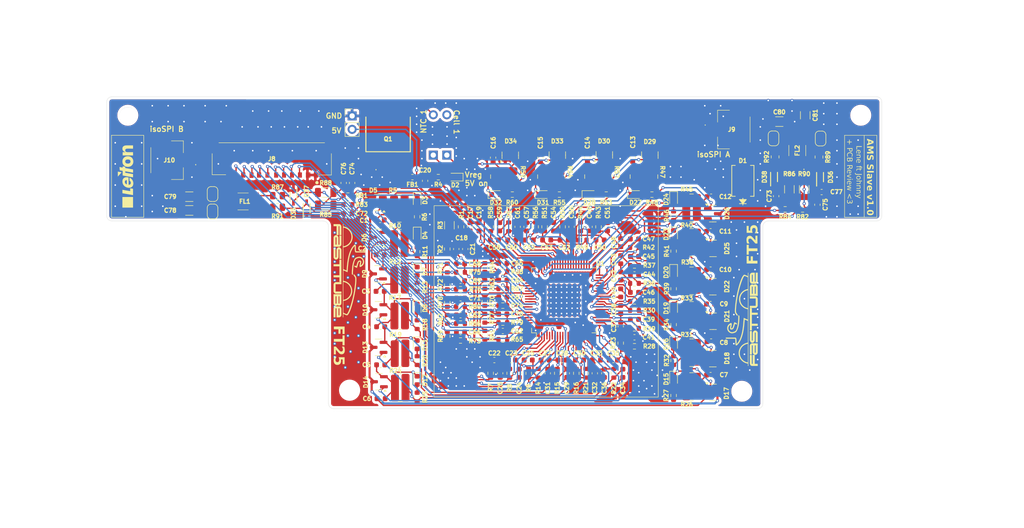
<source format=kicad_pcb>
(kicad_pcb
	(version 20240108)
	(generator "pcbnew")
	(generator_version "8.0")
	(general
		(thickness 1.6)
		(legacy_teardrops no)
	)
	(paper "A4")
	(layers
		(0 "F.Cu" signal)
		(1 "In1.Cu" signal)
		(2 "In2.Cu" signal)
		(31 "B.Cu" signal)
		(32 "B.Adhes" user "B.Adhesive")
		(33 "F.Adhes" user "F.Adhesive")
		(34 "B.Paste" user)
		(35 "F.Paste" user)
		(36 "B.SilkS" user "B.Silkscreen")
		(37 "F.SilkS" user "F.Silkscreen")
		(38 "B.Mask" user)
		(39 "F.Mask" user)
		(40 "Dwgs.User" user "User.Drawings")
		(41 "Cmts.User" user "User.Comments")
		(42 "Eco1.User" user "User.Eco1")
		(43 "Eco2.User" user "User.Eco2")
		(44 "Edge.Cuts" user)
		(45 "Margin" user)
		(46 "B.CrtYd" user "B.Courtyard")
		(47 "F.CrtYd" user "F.Courtyard")
		(48 "B.Fab" user)
		(49 "F.Fab" user)
		(50 "User.1" user)
		(51 "User.2" user)
		(52 "User.3" user)
		(53 "User.4" user)
		(54 "User.5" user)
		(55 "User.6" user)
		(56 "User.7" user)
		(57 "User.8" user)
		(58 "User.9" user)
	)
	(setup
		(stackup
			(layer "F.SilkS"
				(type "Top Silk Screen")
			)
			(layer "F.Paste"
				(type "Top Solder Paste")
			)
			(layer "F.Mask"
				(type "Top Solder Mask")
				(thickness 0.01)
			)
			(layer "F.Cu"
				(type "copper")
				(thickness 0.035)
			)
			(layer "dielectric 1"
				(type "prepreg")
				(thickness 0.1)
				(material "FR4")
				(epsilon_r 4.5)
				(loss_tangent 0.02)
			)
			(layer "In1.Cu"
				(type "copper")
				(thickness 0.035)
			)
			(layer "dielectric 2"
				(type "core")
				(thickness 1.24)
				(material "FR4")
				(epsilon_r 4.5)
				(loss_tangent 0.02)
			)
			(layer "In2.Cu"
				(type "copper")
				(thickness 0.035)
			)
			(layer "dielectric 3"
				(type "prepreg")
				(thickness 0.1)
				(material "FR4")
				(epsilon_r 4.5)
				(loss_tangent 0.02)
			)
			(layer "B.Cu"
				(type "copper")
				(thickness 0.035)
			)
			(layer "B.Mask"
				(type "Bottom Solder Mask")
				(thickness 0.01)
			)
			(layer "B.Paste"
				(type "Bottom Solder Paste")
			)
			(layer "B.SilkS"
				(type "Bottom Silk Screen")
			)
			(copper_finish "None")
			(dielectric_constraints no)
		)
		(pad_to_mask_clearance 0)
		(allow_soldermask_bridges_in_footprints no)
		(pcbplotparams
			(layerselection 0x00010fc_ffffffff)
			(plot_on_all_layers_selection 0x0000000_00000000)
			(disableapertmacros no)
			(usegerberextensions no)
			(usegerberattributes yes)
			(usegerberadvancedattributes yes)
			(creategerberjobfile yes)
			(dashed_line_dash_ratio 12.000000)
			(dashed_line_gap_ratio 3.000000)
			(svgprecision 4)
			(plotframeref no)
			(viasonmask no)
			(mode 1)
			(useauxorigin no)
			(hpglpennumber 1)
			(hpglpenspeed 20)
			(hpglpendiameter 15.000000)
			(pdf_front_fp_property_popups yes)
			(pdf_back_fp_property_popups yes)
			(dxfpolygonmode yes)
			(dxfimperialunits yes)
			(dxfusepcbnewfont yes)
			(psnegative no)
			(psa4output no)
			(plotreference yes)
			(plotvalue yes)
			(plotfptext yes)
			(plotinvisibletext no)
			(sketchpadsonfab no)
			(subtractmaskfromsilk no)
			(outputformat 1)
			(mirror no)
			(drillshape 0)
			(scaleselection 1)
			(outputdirectory "gerber/")
		)
	)
	(net 0 "")
	(net 1 "GND")
	(net 2 "Net-(U1-V+)")
	(net 3 "Net-(U1-DRIVE)")
	(net 4 "Net-(U1-VREF1)")
	(net 5 "+5V")
	(net 6 "/FilterBalancingNetwork/CB")
	(net 7 "/FilterBalancingNetwork/CB:A")
	(net 8 "/FilterBalancingNetwork/CA")
	(net 9 "/Cell 15{slash}16")
	(net 10 "/S16P")
	(net 11 "/S15P")
	(net 12 "/Cell 15{slash}14")
	(net 13 "/FilterBalancingNetwork1/CB:A")
	(net 14 "/FilterBalancingNetwork1/CB")
	(net 15 "/FilterBalancingNetwork1/CA")
	(net 16 "/S14P")
	(net 17 "/Cell 14{slash}13")
	(net 18 "/S13P")
	(net 19 "/Cell 13{slash}12")
	(net 20 "/FilterBalancingNetwork2/CB")
	(net 21 "/FilterBalancingNetwork2/CB:A")
	(net 22 "/FilterBalancingNetwork2/CA")
	(net 23 "/S12P")
	(net 24 "/Cell 12{slash}11")
	(net 25 "/S11P")
	(net 26 "/Cell 11{slash}10")
	(net 27 "/FilterBalancingNetwork3/CB")
	(net 28 "/FilterBalancingNetwork3/CB:A")
	(net 29 "/FilterBalancingNetwork3/CA")
	(net 30 "/Cell 10{slash}9")
	(net 31 "/S10P")
	(net 32 "/S9P")
	(net 33 "/Cell 9{slash}8")
	(net 34 "/FilterBalancingNetwork4/CB")
	(net 35 "/FilterBalancingNetwork4/CB:A")
	(net 36 "/FilterBalancingNetwork4/CA")
	(net 37 "/Cell 8{slash}7")
	(net 38 "/S8P")
	(net 39 "/Cell 7{slash}6")
	(net 40 "/S7P")
	(net 41 "/FilterBalancingNetwork5/CB:A")
	(net 42 "/FilterBalancingNetwork5/CB")
	(net 43 "/FilterBalancingNetwork5/CA")
	(net 44 "/Cell 6{slash}5")
	(net 45 "/S6P")
	(net 46 "/S5P")
	(net 47 "/Cell 5{slash}4")
	(net 48 "/FilterBalancingNetwork6/CB:A")
	(net 49 "/FilterBalancingNetwork6/CB")
	(net 50 "/FilterBalancingNetwork6/CA")
	(net 51 "/Cell 4{slash}3")
	(net 52 "/S4P")
	(net 53 "/S3P")
	(net 54 "/Cell 3{slash}2")
	(net 55 "/FilterBalancingNetwork7/CB")
	(net 56 "/FilterBalancingNetwork7/CB:A")
	(net 57 "/FilterBalancingNetwork7/CA")
	(net 58 "/Cell 2{slash}1")
	(net 59 "/S2P")
	(net 60 "/S1P")
	(net 61 "/NTC/V_out_1")
	(net 62 "/NTC/V_out_4")
	(net 63 "/NTC/V_out_7")
	(net 64 "/NTC/V_out_9")
	(net 65 "/NTC/V_out_2")
	(net 66 "/NTC/V_out_5")
	(net 67 "/NTC/V_out_10")
	(net 68 "/NTC/V_out_8")
	(net 69 "/NTC/V_out_3")
	(net 70 "/NTC/V_out_6")
	(net 71 "Clamp")
	(net 72 "/Cell 16")
	(net 73 "VBUS")
	(net 74 "+5V_NTC")
	(net 75 "unconnected-(U1-NC-Pad66)")
	(net 76 "/isoSPI/IPB")
	(net 77 "/isoSPI/IMA")
	(net 78 "/isoSPI/IMB")
	(net 79 "/isoSPI/IPA")
	(net 80 "Net-(C76-Pad2)")
	(net 81 "Net-(C77-Pad2)")
	(net 82 "Net-(J10-Pin_1)")
	(net 83 "Net-(JP1-B)")
	(net 84 "Net-(J10-Pin_2)")
	(net 85 "Net-(JP2-B)")
	(net 86 "Net-(J9-Pin_2)")
	(net 87 "Net-(JP3-B)")
	(net 88 "Net-(J9-Pin_1)")
	(net 89 "Net-(JP4-B)")
	(net 90 "Net-(D2-A)")
	(net 91 "Net-(D3-A)")
	(net 92 "Net-(D4-A)")
	(net 93 "Net-(D7-A)")
	(net 94 "Net-(D11-A)")
	(net 95 "Net-(D12-A)")
	(net 96 "/NTC/NTC2")
	(net 97 "/NTC/NTC3")
	(net 98 "/NTC/NTC1")
	(net 99 "/NTC/NTC6")
	(net 100 "/NTC/NTC4")
	(net 101 "/NTC/NTC5")
	(net 102 "/NTC/NTC9")
	(net 103 "/NTC/NTC7")
	(net 104 "/NTC/NTC10")
	(net 105 "/NTC/NTC8")
	(net 106 "Net-(Q1-C)")
	(net 107 "Net-(D15-A)")
	(net 108 "Net-(D16-A)")
	(net 109 "Net-(D8-A)")
	(net 110 "Net-(D19-A)")
	(net 111 "Net-(D20-A)")
	(net 112 "Net-(D23-A)")
	(net 113 "Net-(D24-A)")
	(net 114 "Net-(D27-A)")
	(net 115 "Net-(D28-A)")
	(net 116 "Net-(D31-A)")
	(net 117 "Net-(D32-A)")
	(net 118 "Net-(D35-A2)")
	(net 119 "Net-(D36-A2)")
	(net 120 "Net-(D37-A2)")
	(net 121 "Net-(D38-A2)")
	(net 122 "Net-(JP1-A)")
	(net 123 "Net-(JP2-A)")
	(net 124 "Net-(JP3-A)")
	(net 125 "Net-(JP4-A)")
	(net 126 "Net-(Q1-E)")
	(net 127 "Net-(Q1-B)")
	(net 128 "/FilterBalancingNetwork7/CellA+{slash}CellB-")
	(net 129 "Net-(J8-Pin_12)")
	(footprint "Capacitor_SMD:C_0603_1608Metric" (layer "F.Cu") (at 139.3 110 180))
	(footprint "Resistor_SMD:R_0603_1608Metric" (layer "F.Cu") (at 161.6 121.9 90))
	(footprint "Resistor_SMD:R_0603_1608Metric" (layer "F.Cu") (at 139.3 118))
	(footprint "Capacitor_SMD:C_0603_1608Metric" (layer "F.Cu") (at 178.7 121.6))
	(footprint "Resistor_SMD:R_0603_1608Metric" (layer "F.Cu") (at 144.2 127.599999 90))
	(footprint "Resistor_SMD:R_0603_1608Metric" (layer "F.Cu") (at 158.8625 93.8 180))
	(footprint "Capacitor_SMD:C_0603_1608Metric" (layer "F.Cu") (at 116.1 105.1875))
	(footprint "Package_TO_SOT_SMD:SOT-23" (layer "F.Cu") (at 167.112499 86.3375 90))
	(footprint "Resistor_SMD:R_0603_1608Metric" (layer "F.Cu") (at 146 127.600001 90))
	(footprint "Resistor_SMD:R_0603_1608Metric" (layer "F.Cu") (at 164.2 103.8 180))
	(footprint "LED_SMD:LED_0603_1608Metric" (layer "F.Cu") (at 123.1 108.299999 -90))
	(footprint "Capacitor_SMD:C_0603_1608Metric" (layer "F.Cu") (at 132.2 104.1 -90))
	(footprint "Resistor_SMD:R_1206_3216Metric" (layer "F.Cu") (at 196.3 92.8 90))
	(footprint "Capacitor_SMD:C_0603_1608Metric" (layer "F.Cu") (at 131.3 110.1 180))
	(footprint "Resistor_SMD:R_0603_1608Metric" (layer "F.Cu") (at 139.3 114.8))
	(footprint "Package_TO_SOT_SMD:SOT-23" (layer "F.Cu") (at 115.6625 95.3 180))
	(footprint "Resistor_SMD:R_0603_1608Metric" (layer "F.Cu") (at 110 95.7 180))
	(footprint "LED_SMD:LED_0603_1608Metric" (layer "F.Cu") (at 123.1 122.2 -90))
	(footprint "Resistor_SMD:R_0603_1608Metric" (layer "F.Cu") (at 140.4 99.9 -90))
	(footprint "Slave:DLW43SH101XK2L" (layer "F.Cu") (at 90.175 95.1 180))
	(footprint "Capacitor_SMD:C_0603_1608Metric" (layer "F.Cu") (at 152.3 99.9 90))
	(footprint "Slave:Balancing" (layer "F.Cu") (at 119.8 117.25 180))
	(footprint "Resistor_SMD:R_0603_1608Metric" (layer "F.Cu") (at 137 127.600001 90))
	(footprint "Capacitor_SMD:C_0603_1608Metric" (layer "F.Cu") (at 137.7 125.1))
	(footprint "Capacitor_SMD:C_0603_1608Metric" (layer "F.Cu") (at 139.3 116.4 180))
	(footprint "Resistor_SMD:R_0805_2012Metric" (layer "F.Cu") (at 96.7 94 180))
	(footprint "Jumper:SolderJumper-2_P1.3mm_Open_RoundedPad1.0x1.5mm" (layer "F.Cu") (at 84.4 93.7 -90))
	(footprint "Slave:Balancing" (layer "F.Cu") (at 139.05 90.4 90))
	(footprint "Slave:36900000" (layer "F.Cu") (at 131.9 95.9))
	(footprint "Resistor_SMD:R_0603_1608Metric" (layer "F.Cu") (at 164.200002 110.6 180))
	(footprint "Resistor_SMD:R_0603_1608Metric" (layer "F.Cu") (at 150 93.8 180))
	(footprint "LED_SMD:LED_0603_1608Metric" (layer "F.Cu") (at 171.6 122.1 -90))
	(footprint "Resistor_SMD:R_0603_1608Metric" (layer "F.Cu") (at 171.6 118.4 90))
	(footprint "MountingHole:MountingHole_3.2mm_M3" (layer "F.Cu") (at 68.4 78.9))
	(footprint "Capacitor_SMD:C_0603_1608Metric" (layer "F.Cu") (at 164.200002 102.2 180))
	(footprint "Capacitor_SMD:C_0603_1608Metric" (layer "F.Cu") (at 198.8 95.725 90))
	(footprint "Capacitor_SMD:C_1206_3216Metric" (layer "F.Cu") (at 80 94.2))
	(footprint "Capacitor_SMD:C_0603_1608Metric" (layer "F.Cu") (at 178.6 108))
	(footprint "FaSTTUBe_logos:LeitOn_small_w_sq"
		(layer "F.Cu")
		(uuid "2d640a53-a852-4412-93a2-ba4b28045c69")
		(at 67.916902 90.393212 90)
		(property "Reference" "G***"
			(at 0 0 -90)
			(layer "F.SilkS")
			(hide yes)
			(uuid "4b5076bb-e7cf-4409-bb57-0b65303b9933")
			(effects
				(font
					(size 0.8 0.8)
					(thickness 0.2)
				)
			)
		)
		(property "Value" "LOGO"
			(at 0.75 0 -90)
			(layer "F.SilkS")
			(hide yes)
			(uuid "6cb59525-34e9-4da4-affd-4994cc22f5fc")
			(effects
				(font
					(size 0.8 0.8)
					(thickness 0.2)
				)
			)
		)
		(property "Footprint" "FaSTTUBe_logos:LeitOn_small_w_sq"
			(at 0 0 -90)
			(layer "F.Fab")
			(hide yes)
			(uuid "2acc3abd-d050-46db-ad67-7d305fa79151")
			(effects
				(font
					(size 1.27 1.27)
					(thickness 0.15)
				)
			)
		)
		(property "Datasheet" ""
			(at 0 0 -90)
			(layer "F.Fab")
			(hide yes)
			(uuid "9cf0619c-7d3e-458b-abe5-36e8911fc96e")
			(effects
				(font
					(size 1.27 1.27)
					(thickness 0.15)
				)
			)
		)
		(property "Description" ""
			(at 0 0 -90)
			(layer "F.Fab")
			(hide yes)
			(uuid "99a81731-01b5-4a76-a488-871799290517")
			(effects
				(font
					(size 1.27 1.27)
					(thickness 0.15)
				)
			)
		)
		(attr board_only exclude_from_pos_files exclude_from_bom)
		(fp_poly
			(pts
				(xy -3.864499 0.439298) (xy -3.864499 1.44671) (xy -4.868609 1.44671) (xy -5.872718 1.44671) (xy -5.872718 0.439298)
				(xy -5.872718 -0.568114) (xy -4.868609 -0.568114) (xy -3.864499 -0.568114)
			)
			(stroke
				(width 0)
				(type solid)
			)
			(fill solid)
			(layer "F.SilkS")
			(uuid "bbf9fcf9-3c0e-4932-b25f-77c9da0a3723")
		)
		(fp_poly
			(pts
				(xy 0.847916 -1.432555) (xy 0.886134 -1.432463) (xy 0.914098 -1.432312) (xy 0.930754 -1.432103)
				(xy 0.935236 -1.431891) (xy 0.934347 -1.425401) (xy 0.93141 -1.407322) (xy 0.92667 -1.379074) (xy 0.920376 -1.342079)
				(xy 0.912776 -1.297756) (xy 0.904116 -1.247528) (xy 0.894644 -1.192814) (xy 0.884607 -1.135037)
				(xy 0.874253 -1.075617) (xy 0.86383 -1.015975) (xy 0.853585 -0.957533) (xy 0.843764 -0.90171) (xy 0.834617 -0.849929)
				(xy 0.826389 -0.80361) (xy 0.81933 -0.764173) (xy 0.813685 -0.733042) (xy 0.811184 -0.719499) (xy 0.805887 -0.721683)
				(xy 0.79087 -0.73271) (xy 0.766191 -0.752532) (xy 0.731904 -0.7811) (xy 0.688066 -0.818369) (xy 0.634732 -0.86429)
				(xy 0.571958 -0.918815) (xy 0.499799 -0.981899) (xy 0.418311 -1.053492) (xy 0.400005 -1.069616)
				(xy -0.009222 -1.430195) (xy 0.462167 -1.431891) (xy 0.539823 -1.432147) (xy 0.613536 -1.432345)
				(xy 0.682253 -1.432485) (xy 0.744924 -1.432566) (xy 0.800496 -1.43259)
			)
			(stroke
				(width 0)
				(type solid)
			)
			(fill solid)
			(layer "F.SilkS")
			(uuid "e7660ac4-8a2c-469b-bb19-b978bfee9664")
		)
		(fp_poly
			(pts
				(xy -2.601237 -0.567046) (xy -2.569235 -0.566675) (xy -2.545055 -0.56604) (xy -2.527617 -0.565108)
				(xy -2.515844 -0.563849) (xy -2.508657 -0.562228) (xy -2.504979 -0.560215) (xy -2.50373 -0.557778)
				(xy -2.503667 -0.556859) (xy -2.504793 -0.548948) (xy -2.508074 -0.528878) (xy -2.51336 -0.497498)
				(xy -2.520506 -0.455659) (xy -2.529363 -0.404211) (xy -2.539785 -0.344004) (xy -2.551622 -0.275889)
				(xy -2.564729 -0.200716) (xy -2.578957 -0.119334) (xy -2.594158 -0.032596) (xy -2.610186 0.058651)
				(xy -2.626893 0.153554) (xy -2.629181 0.166533) (xy -2.645972 0.261906) (xy -2.662104 0.353765)
				(xy -2.677429 0.441259) (xy -2.6918 0.523532) (xy -2.705068 0.599733) (xy -2.717085 0.669008) (xy -2.727706 0.730504)
				(xy -2.736781 0.783367) (xy -2.744163 0.826745) (xy -2.749704 0.859784) (xy -2.753257 0.881632)
				(xy -2.754675 0.891435) (xy -2.754694 0.891782) (xy -2.75439 0.895048) (xy -2.752683 0.897727) (xy -2.748384 0.899877)
				(xy -2.740303 0.901557) (xy -2.72725 0.902825) (xy -2.708036 0.903738) (xy -2.68147 0.904355) (xy -2.646362 0.904733)
				(xy -2.601523 0.904931) (xy -2.545763 0.905008) (xy -2.483404 0.90502) (xy -2.416375 0.905047) (xy -2.36139 0.905163)
				(xy -2.317284 0.905417) (xy -2.282888 0.905859) (xy -2.257036 0.906542) (xy -2.23856 0.907513) (xy -2.226294 0.908825)
				(xy -2.21907 0.910526) (xy -2.215722 0.912668) (xy -2.215082 0.915301) (xy -2.215345 0.91658) (xy -2.217157 0.92546)
				(xy -2.22096 0.945894) (xy -2.226491 0.976419) (xy -2.23349 1.01557) (xy -2.241694 1.061883) (xy -2.250843 1.113894)
				(xy -2.260675 1.170139) (xy -2.263683 1.187412) (xy -2.308791 1.446683) (xy -2.908284 1.446696)
				(xy -3.014688 1.446665) (xy -3.108557 1.44656) (xy -3.190565 1.446372) (xy -3.26139 1.446091) (xy -3.321705 1.445709)
				(xy -3.372189 1.445215) (xy -3.413515 1.444601) (xy -3.446361 1.443858) (xy -3.471402 1.442975)
				(xy -3.489313 1.441945) (xy -3.500772 1.440756) (xy -3.506453 1.439401) (xy -3.507369 1.438453)
				(xy -3.506192 1.431119) (xy -3.502837 1.411486) (xy -3.49743 1.380265) (xy -3.490095 1.338168) (xy -3.480957 1.285905)
				(xy -3.470142 1.224187) (xy -3.457774 1.153727) (xy -3.443977 1.075233) (xy -3.428878 0.989419)
				(xy -3.412601 0.896994) (xy -3.39527 0.79867) (xy -3.377011 0.695157) (xy -3.357949 0.587168) (xy -3.338209 0.475412)
				(xy -3.330659 0.432692) (xy -3.154356 -0.564811) (xy -2.829012 -0.566525) (xy -2.754946 -0.566892)
				(xy -2.693014 -0.567122) (xy -2.642137 -0.567184)
			)
			(stroke
				(width 0)
				(type solid)
			)
			(fill solid)
			(layer "F.SilkS")
			(uuid "be3316e6-f316-4ffd-8f16-52e2cc477765")
		)
		(fp_poly
			(pts
				(xy 5.372543 -0.559259) (xy 5.458403 -0.544203) (xy 5.536038 -0.518945) (xy 5.605728 -0.483281)
				(xy 5.667752 -0.437007) (xy 5.722391 -0.379916) (xy 5.769922 -0.311804) (xy 5.810627 -0.232467)
				(xy 5.841718 -0.151105) (xy 5.850372 -0.124317) (xy 5.858113 -0.098516) (xy 5.86499 -0.072843) (xy 5.871056 -0.04644)
				(xy 5.876361 -0.018448) (xy 5.880954 0.011992) (xy 5.884888 0.045736) (xy 5.888212 0.083645) (xy 5.890978 0.126575)
				(xy 5.893235 0.175386) (xy 5.895035 0.230936) (xy 5.896428 0.294083) (xy 5.897465 0.365685) (xy 5.898197 0.446601)
				(xy 5.898674 0.537689) (xy 5.898947 0.639807) (xy 5.899067 0.753814) (xy 5.899085 0.820793) (xy 5.899142 1.44671)
				(xy 5.588196 1.44671) (xy 5.277251 1.44671) (xy 5.278505 0.876944) (xy 5.278725 0.773036) (xy 5.27887 0.681419)
				(xy 5.278899 0.601173) (xy 5.278769 0.531377) (xy 5.278437 0.471112) (xy 5.27786 0.419456) (xy 5.276996 0.375489)
				(xy 5.275803 0.33829) (xy 5.274238 0.306939) (xy 5.272257 0.280516) (xy 5.26982 0.258101) (xy 5.266883 0.238771)
				(xy 5.263403 0.221608) (xy 5.259339 0.20569) (xy 5.254647 0.190097) (xy 5.249285 0.173909) (xy 5.245485 0.162823)
				(xy 5.219282 0.104225) (xy 5.184625 0.055732) (xy 5.141817 0.017556) (xy 5.091162 -0.010091) (xy 5.032965 -0.026995)
				(xy 4.967528 -0.032945) (xy 4.965699 -0.032951) (xy 4.896103 -0.027555) (xy 4.833845 -0.011207)
				(xy 4.77902 0.015996) (xy 4.73172 0.053959) (xy 4.69204 0.102584) (xy 4.660071 0.161775) (xy 4.635908 0.231437)
				(xy 4.619643 0.311473) (xy 4.617643 0.326323) (xy 4.616442 0.342727) (xy 4.615335 0.371536) (xy 4.614332 0.411943)
				(xy 4.613442 0.463141) (xy 4.612674 0.524324) (xy 4.612038 0.594684) (xy 4.611542 0.673415) (xy 4.611196 0.75971)
				(xy 4.611008 0.852762) (xy 4.610975 0.913104) (xy 4.610975 1.44671) (xy 4.299404 1.44671) (xy 3.987834 1.44671)
				(xy 3.992226 0.811443) (xy 3.992892 0.711187) (xy 3.993527 0.607782) (xy 3.994124 0.502917) (xy 3.994675 0.398281)
				(xy 3.995172 0.295565) (xy 3.995609 0.196459) (xy 3.995977 0.102651) (xy 3.996269 0.015831) (xy 3.996478 -0.06231)
				(xy 3.996595 -0.130083) (xy 3.996619 -0.169546) (xy 3.996619 -0.515266) (xy 4.303797 -0.515266)
				(xy 4.610975 -0.515266) (xy 4.611683 -0.213043) (xy 4.611978 -0.137791) (xy 4.612479 -0.074145)
				(xy 4.613181 -0.022362) (xy 4.614077 0.017301) (xy 4.615161 0.044586) (xy 4.616427 0.059237) (xy 4.617868 0.060996)
				(xy 4.618243 0.059454) (xy 4.628203 0.011835) (xy 4.638063 -0.028199) (xy 4.649248 -0.066187) (xy 4.655695 -0.085878)
				(xy 4.693956 -0.183348) (xy 4.739468 -0.269864) (xy 4.792158 -0.345369) (xy 4.851952 -0.409808)
				(xy 4.918777 -0.463124) (xy 4.99256 -0.505261) (xy 5.073227 -0.536162) (xy 5.160706 -0.555771) (xy 5.254922 -0.564031)
				(xy 5.278179 -0.564319)
			)
			(stroke
				(width 0)
				(type solid)
			)
			(fill solid)
			(layer "F.SilkS")
			(uuid "c5495f6f-f80b-40ad-b950-577d5be11703")
		)
		(fp_poly
			(pts
				(xy 2.955175 -0.559888) (xy 3.058731 -0.546797) (xy 3.157058 -0.52435) (xy 3.252668 -0.492031) (xy 3.305914 -0.469449)
				(xy 3.397612 -0.42069) (xy 3.483923 -0.360563) (xy 3.563533 -0.290267) (xy 3.635128 -0.211004) (xy 3.697393 -0.123974)
				(xy 3.71379 -0.096987) (xy 3.732894 -0.060701) (xy 3.753502 -0.015566) (xy 3.774041 0.034422) (xy 3.792938 0.085261)
				(xy 3.808621 0.132954) (xy 3.818643 0.169691) (xy 3.838098 0.275415) (xy 3.848675 0.386742) (xy 3.850356 0.500065)
				(xy 3.843121 0.611776) (xy 3.826952 0.718267) (xy 3.821621 0.743173) (xy 3.790007 0.854339) (xy 3.747713 0.958115)
				(xy 3.695279 1.054089) (xy 3.633245 1.141849) (xy 3.562151 1.220982) (xy 3.482535 1.291076) (xy 3.394937 1.35172)
				(xy 3.299898 1.402501) (xy 3.197956 1.443007) (xy 3.089651 1.472827) (xy 2.975522 1.491547) (xy 2.85611 1.498756)
				(xy 2.832358 1.498786) (xy 2.794751 1.498093) (xy 2.758493 1.496743) (xy 2.727297 1.494919) (xy 2.704877 1.492803)
				(xy 2.701847 1.492373) (xy 2.591138 1.471569) (xy 2.491069 1.444871) (xy 2.400128 1.411574) (xy 2.316805 1.370971)
				(xy 2.239588 1.322357) (xy 2.166967 1.265025) (xy 2.118685 1.219952) (xy 2.0472 1.140651) (xy 1.986318 1.055099)
				(xy 1.935796 0.962727) (xy 1.89539 0.862967) (xy 1.864854 0.75525) (xy 1.843946 0.639006) (xy 1.835563 0.560594)
				(xy 1.831903 0.465722) (xy 2.456877 0.465722) (xy 2.459999 0.554756) (xy 2.469565 0.633224) (xy 2.485929 0.702286)
				(xy 2.509447 0.763101) (xy 2.540473 0.816828) (xy 2.578644 0.863871) (xy 2.626432 0.905009) (xy 2.681894 0.935883)
				(xy 2.744097 0.956251) (xy 2.812108 0.965871) (xy 2.884991 0.964502) (xy 2.938093 0.956936) (xy 2.992409 0.940223)
				(xy 3.044864 0.91207) (xy 3.093037 0.874239) (xy 3.134509 0.82849) (xy 3.154043 0.799839) (xy 3.178893 0.752076)
				(xy 3.198275 0.698864) (xy 3.212627 0.638375) (xy 3.222388 0.568785) (xy 3.227826 0.492146) (xy 3.227506 0.402069)
				(xy 3.218435 0.318544) (xy 3.200928 0.242299) (xy 3.175302 0.174061) (xy 3.141874 0.114561) (xy 3.10096 0.064525)
				(xy 3.052876 0.024683) (xy 3.015631 0.003491) (xy 2.97219 -0.01461) (xy 2.930087 -0.025998) (xy 2.884317 -0.031724)
				(xy 2.841898 -0.032932) (xy 2.768739 -0.027407) (xy 2.703148 -0.011067) (xy 2.645049 0.016125) (xy 2.594364 0.054207)
				(xy 2.55102 0.103218) (xy 2.541149 0.117443) (xy 2.509547 0.173696) (xy 2.485676 0.235735) (xy 2.469181 0.305037)
				(xy 2.459705 0.383075) (xy 2.456877 0.465722) (xy 1.831903 0.465722) (xy 1.831902 0.465701) (xy 1.835499 0.367256)
				(xy 1.846013 0.270953) (xy 1.856561 0.211392) (xy 1.885566 0.101938) (xy 1.925463 -0.001779) (xy 1.97563 -0.098956)
				(xy 2.035448 -0.188788) (xy 2.104296 -0.270471) (xy 2.181554 -0.3432) (xy 2.2666 -0.406172) (xy 2.358814 -0.458581)
				(xy 2.381836 -0.469449) (xy 2.477024 -0.507517) (xy 2.573521 -0.535424) (xy 2.673841 -0.553686)
				(xy 2.780499 -0.562818) (xy 2.843875 -0.564137)
			)
			(stroke
				(width 0)
				(type solid)
			)
			(fill solid)
			(layer "F.SilkS")
			(uuid "59334052-4093-4610-bf1b-40c7ac6c64ba")
		)
		(fp_poly
			(pts
				(xy -0.86838 -0.563064) (xy -0.768498 -0.553179) (xy -0.673793 -0.53504) (xy -0.586371 -0.508819)
				(xy -0.538153 -0.489216) (xy -0.471814 -0.453929) (xy -0.406567 -0.409492) (xy -0.345499 -0.358466)
				(xy -0.291699 -0.303408) (xy -0.251464 -0.25167) (xy -0.207506 -0.176524) (xy -0.171176 -0.092571)
				(xy -0.143426 -0.002409) (xy -0.125211 0.091365) (xy -0.125057 0.092484) (xy -0.118667 0.163626)
				(xy -0.117389 0.242936) (xy -0.120973 0.326504) (xy -0.129171 0.410421) (xy -0.141733 0.490779)
				(xy -0.153977 0.546789) (xy -0.168453 0.604448) (xy -0.856729 0.60613) (xy -1.545006 0.607812) (xy -1.547054 0.632554)
				(xy -1.547424 0.651323) (xy -1.546498 0.677843) (xy -1.544476 0.706739) (xy -1.544179 0.709996)
				(xy -1.532368 0.779809) (xy -1.510918 0.841662) (xy -1.48018 0.89498) (xy -1.440507 0.939191) (xy -1.392247 0.973719)
				(xy -1.378481 0.980969) (xy -1.312797 1.006179) (xy -1.242495 1.020314) (xy -1.169895 1.023539)
				(xy -1.097322 1.016023) (xy -1.027098 0.99793) (xy -0.961544 0.969427) (xy -0.927268 0.94866) (xy -0.903012 0.929805)
				(xy -0.874591 0.904098) (xy -0.845347 0.87493) (xy -0.81862 0.845692) (xy -0.797752 0.819774) (xy -0.791958 0.811352)
				(xy -0.771523 0.779506) (xy -0.488154 0.779506) (xy -0.428406 0.779635) (xy -0.372944 0.780002)
				(xy -0.323119 0.780581) (xy -0.280281 0.781345) (xy -0.24578 0.782266) (xy -0.220967 0.783318) (xy -0.207191 0.784472)
				(xy -0.204785 0.785214) (xy -0.207926 0.794913) (xy -0.216476 0.813564) (xy -0.229131 0.838741)
				(xy -0.244584 0.868019) (xy -0.261529 0.898973) (xy -0.278659 0.929176) (xy -0.29467 0.956205) (xy -0.308255 0.977632)
				(xy -0.308955 0.978674) (xy -0.38061 1.075031) (xy -0.458441 1.161397) (xy -0.541359 1.236599) (xy -0.567338 1.257015)
				(xy -0.597679 1.279939) (xy -0.620971 1.297089) (xy -0.640658 1.310715) (xy -0.660185 1.323068)
				(xy -0.682997 1.3364) (xy -0.712541 1.35296) (xy -0.72357 1.359082) (xy -0.827704 1.409427) (xy -0.938456 1.448892)
				(xy -1.054496 1.477152) (xy -1.174497 1.493882) (xy -1.294772 1.498777) (xy -1.335304 1.497831)
				(xy -1.377037 1.495765) (xy -1.415348 1.492872) (xy -1.445614 1.489447) (xy -1.448416 1.489025)
				(xy -1.530466 1.472795) (xy -1.611634 1.450299) (xy -1.68769 1.422854) (xy -1.745809 1.396288) (xy -1.806772 1.358966)
				(xy -1.866948 1.310887) (xy -1.924124 1.254428) (xy -1.976085 1.191965) (xy -2.020617 1.125876)
				(xy -2.050927 1.068729) (xy -2.085764 0.978092) (xy -2.110044 0.880514) (xy -2.123797 0.776961)
				(xy -2.127048 0.6684) (xy -2.119826 0.555798) (xy -2.102158 0.44012) (xy -2.074073 0.322335) (xy -2.057414 0.270845)
				(xy -1.48063 0.270845) (xy -1.080523 0.270845) (xy -0.680416 0.270845) (xy -0.680455 0.255982) (xy -0.682134 0.23236)
				(xy -0.686526 0.200402) (xy -0.692801 0.164502) (xy -0.700132 0.129053) (xy -0.70769 0.098449) (xy -0.713772 0.079272)
				(xy -0.73478 0.037052) (xy -0.763335 -0.002882) (xy -0.795999 -0.036031) (xy -0.810217 -0.046919)
				(xy -0.857988 -0.07238) (xy -0.913612 -0.089567) (xy -0.974672 -0.098518) (xy -1.038754 -0.09927)
				(xy -1.10344 -0.091863) (xy -1.166315 -0.076335) (xy -1.224963 -0.052725) (xy -1.248531 -0.039949)
				(xy -1.308874 0.002026) (xy -1.360635 0.051925) (xy -1.405111 0.111223) (xy -1.443602 0.181396)
				(xy -1.443728 0.181665) (xy -1.456251 0.208754) (xy -1.466893 0.23276) (xy -1.474153 0.250251) (xy -1.4762 0.255982)
				(xy -1.48063 0.270845) (xy -2.057414 0.270845) (xy -2.035597 0.203409) (xy -2.025395 0.176292) (xy -1.994782 0.106566)
				(xy -1.955532 0.032519) (xy -1.909636 -0.042314) (xy -1.870405 -0.09909) (xy -1.847322 -0.128121)
				(xy -1.816565 -0.163) (xy -1.780668 -0.201181) (xy -1.742163 -0.240123) (xy -1.703583 -0.277281)
				(xy -1.66746 -0.310112) (xy -1.636328 -0.336074) (xy -1.628375 -0.342118) (xy -1.536688 -0.402454)
				(xy -1.436734 -0.454988) (xy -1.331813 -0.498256) (xy -1.225228 -0.530798) (xy -1.178011 -0.541471)
				(xy -1.075244 -0.557382) (xy -0.971331 -0.564522)
			)
			(stroke
				(width 0)
				(type solid)
			)
			(fill solid)
			(layer "F.SilkS")
			(uuid "18c8fd22-4cca-4e56-95de-3369ea032cbb")
		)
		(fp_poly
			(pts
				(xy 1.800185 -1.115255) (xy 1.800306 -1.108113) (xy 1.798255 -1.092204) (xy 1.79616 -1.080073) (xy 1.793728 -1.066604)
				(xy 1.789496 -1.042645) (xy 1.783744 -1.009815) (xy 1.776752 -0.969733) (xy 1.768799 -0.924017)
				(xy 1.760167 -0.874285) (xy 1.751134 -0.822156) (xy 1.74198 -0.769248) (xy 1.732986 -0.71718) (xy 1.724431 -0.667571)
				(xy 1.716595 -0.622038) (xy 1.709758 -0.5822) (xy 1.7042 -0.549675) (xy 1.700201 -0.526083) (xy 1.698041 -0.513041)
				(xy 1.697737 -0.510964) (xy 1.703992 -0.510221) (xy 1.721351 -0.509577) (xy 1.747708 -0.509075)
				(xy 1.780954 -0.508756) (xy 1.814092 -0.50866) (xy 1.930446 -0.50866) (xy 1.927589 -0.490494) (xy 1.925792 -0.479816)
				(xy 1.921991 -0.45778) (xy 1.916477 -0.426041) (xy 1.909536 -0.386252) (xy 1.901457 -0.340067) (xy 1.89253 -0.28914)
				(xy 1.885552 -0.249407) (xy 1.846372 -0.026487) (xy 1.729242 -0.026455) (xy 1.687349 -0.026398)
				(xy 1.656804 -0.026098) (xy 1.635745 -0.025325) (xy 1.622306 -0.023849) (xy 1.614624 -0.02144) (xy 1.610836 -0.017866)
				(xy 1.609077 -0.012898) (xy 1.60877 -0.01156) (xy 1.607009 -0.002332) (xy 1.603197 0.018633) (xy 1.597559 0.050061)
				(xy 1.590323 0.090675) (xy 1.581716 0.139199) (xy 1.571963 0.194357) (xy 1.561291 0.254874) (xy 1.549928 0.319472)
				(xy 1.545706 0.343511) (xy 1.532301 0.419775) (xy 1.517106 0.506067) (xy 1.500646 0.599411) (xy 1.483448 0.696827)
				(xy 1.466036 0.795339) (xy 1.448938 0.891967) (xy 1.432679 0.983733) (xy 1.417927 1.066866) (xy 1.349873 1.450013)
				(xy 1.041568 1.45173) (xy 0.979165 1.451984) (xy 0.920993 1.452041) (xy 0.868345 1.451911) (xy 0.822517 1.451608)
				(xy 0.784803 1.451142) (xy 0.756497 1.450525) (xy 0.738895 1.449769) (xy 0.733264 1.448944) (xy 0.734382 1.442159)
				(xy 0.737622 1.423327) (xy 0.742815 1.393413) (xy 0.749791 1.353382) (xy 0.758382 1.304199) (xy 0.768417 1.246828)
				(xy 0.779728 1.182235) (xy 0.792144 1.111385) (xy 0.805497 1.035241) (xy 0.819616 0.954769) (xy 0.834334 0.870934)
				(xy 0.849479 0.784701) (xy 0.864883 0.697035) (xy 0.880376 0.6089) (xy 0.895789 0.521261) (xy 0.910953 0.435083)
				(xy 0.925697 0.351331) (xy 0.939854 0.27097) (xy 0.953252 0.194965) (xy 0.965723 0.12428) (xy 0.977097 0.059881)
				(xy 0.987205 0.002731) (xy 0.988566 -0.004954) (xy 0.992368 -0.026424) (xy 0.860832 -0.026424) (xy 0.729297 -0.026424)
				(xy 0.601918 0.69528) (xy 0.584954 0.791351) (xy 0.568591 0.883937) (xy 0.55298 0.972187) (xy 0.538271 1.055253)
				(xy 0.524616 1.132284) (xy 0.512166 1.20243) (xy 0.501071 1.264842) (xy 0.491483 1.318669) (xy 0.483552 1.363063)
				(xy 0.47743 1.397173) (xy 0.473267 1.420149) (xy 0.471215 1.431141) (xy 0.471066 1.431847) (xy 0.467592 1.44671)
				(xy 0.16113 1.44671) (xy 0.088311 1.44666) (xy 0.027656 1.446489) (xy -0.021882 1.446166) (xy -0.061348 1.445657)
				(xy -0.09179 1.444932) (xy -0.114255 1.443959) (xy -0.12979 1.442706) (xy -0.139442 1.44114) (xy -0.144258 1.439231)
				(xy -0.145332 1.437395) (xy -0.144207 1.429773) (xy -0.140936 1.41002) (xy -0.135674 1.379014) (xy -0.128574 1.337633)
				(xy -0.119791 1.286757) (xy -0.109479 1.227264) (xy -0.097793 1.160033) (xy -0.084886 1.085942)
				(xy -0.070914 1.00587) (xy -0.056031 0.920696) (xy -0.04039 0.831297) (xy -0.024147 0.738554) (xy -0.007455 0.643344)
				(xy 0.009531 0.546546) (xy 0.026656 0.449038) (xy 0.043767 0.3517) (xy 0.060709 0.25541) (xy 0.077328 0.161047)
				(xy 0.093468 0.069488) (xy 0.108977 -0.018386) (xy 0.123699 -0.101698) (xy 0.137481 -0.179569) (xy 0.150168 -0.25112)
				(xy 0.161605 -0.315473) (xy 0.171639 -0.371748) (xy 0.180114 -0.419068) (xy 0.186877 -0.456554)
				(xy 0.191773 -0.483327) (xy 0.194648 -0.498508) (xy 0.195199 -0.501146) (xy 0.198804 -0.516752)
				(xy 0.638063 -0.514297) (xy 0.724922 -0.513818) (xy 0.79951 -0.51344) (xy 0.862772 -0.513185) (xy 0.915648 -0.513076)
				(xy 0.959081 -0.513137) (xy 0.994013 -0.51339) (xy 1.021386 -0.513859) (xy 1.042143 -0.514566) (xy 1.057224 -0.515535)
				(xy 1.067574 -0.516789) (xy 1.074133 -0.51835) (xy 1.077844 -0.520242) (xy 1.079648 -0.522488) (xy 1.080489 -0.52511)
				(xy 1.08049 -0.525115) (xy 1.082295 -0.53439) (xy 1.086096 -0.5552) (xy 1.09163 -0.586065) (xy 1.098634 -0.625501)
				(xy 1.106845 -0.672028) (xy 1.116001 -0.724164) (xy 1.125838 -0.780426) (xy 1.128557 -0.796021)
				(xy 1.173456 -1.053654) (xy 1.19613 -1.058595) (xy 1.207219 -1.060224) (xy 1.229305 -1.062807) (xy 1.260792 -1.066194)
				(xy 1.300086 -1.070235) (xy 1.34559 -1.074781) (xy 1.395712 -1.079683) (xy 1.448855 -1.08479) (xy 1.503425 -1.089952)
				(xy 1.557828 -1.095022) (xy 1.610468 -1.099848) (xy 1.65975 -1.104281) (xy 1.70408 -1.108173) (xy 1.741863 -1.111372)
				(xy 1.771504 -1.113729) (xy 1.791408 -1.115096) (xy 1.799981 -1.115321)
			)
			(str
... [2429080 chars truncated]
</source>
